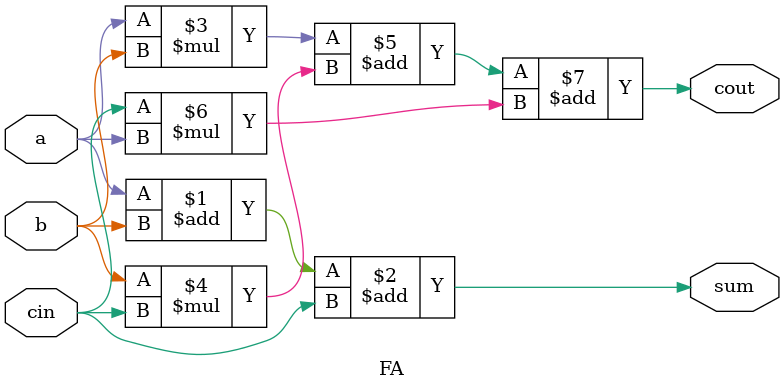
<source format=v>
`timescale 1ns / 1ps
module FA(a,b,cin,sum,cout);

	// a,b,cin are the three inputs
	input a,b,cin; 
	
	// sum,cout	are the two outputs				
	output sum,cout;
	
	// assigning values to sum and cout by appropriate logic
	assign sum = a+b+cin;
	assign cout = a*b+b*cin+cin*a;
	
endmodule
</source>
